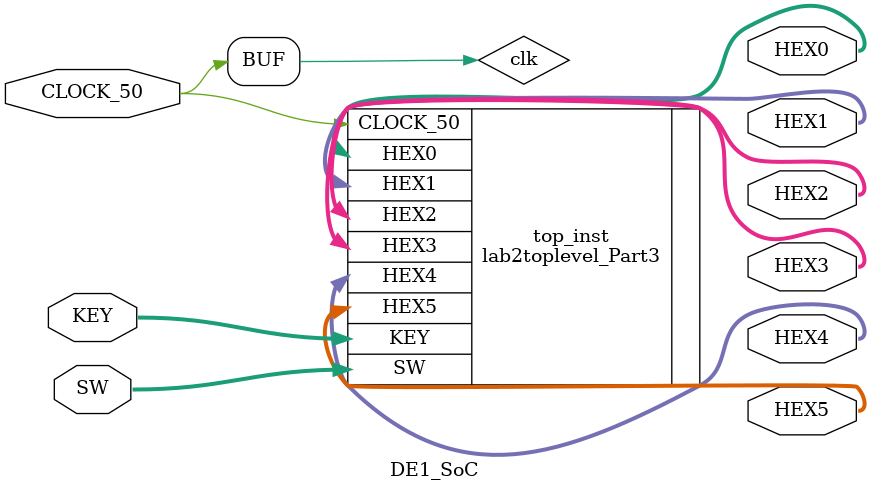
<source format=sv>

/* Top-level module for LandsLand hardware connections */

module DE1_SoC (CLOCK_50, SW, KEY, HEX0, HEX1, HEX2, HEX3, HEX4, HEX5);
	
	input  logic CLOCK_50;	// 50MHz clock
	input  logic [9:0] SW;          
   input  logic [3:0] KEY; 
	output logic [6:0] HEX0, HEX1, HEX2, HEX3, HEX4, HEX5;	// active low

    //internal clock signal
    logic clk;
    assign clk = CLOCK_50;


    //========= INSTANTIATE TOP MODULE =========
	 lab2toplevel_Part3 top_inst (
        .SW(SW),                     
        .KEY(KEY),   
		  .CLOCK_50(CLOCK_50),        
		  .HEX5(HEX5),
		  .HEX4(HEX4),
		  .HEX3(HEX3),
		  .HEX2(HEX2),
		  .HEX1(HEX1),
		  .HEX0(HEX0)
    ); 
	 
endmodule  // DE1_SoC

</source>
